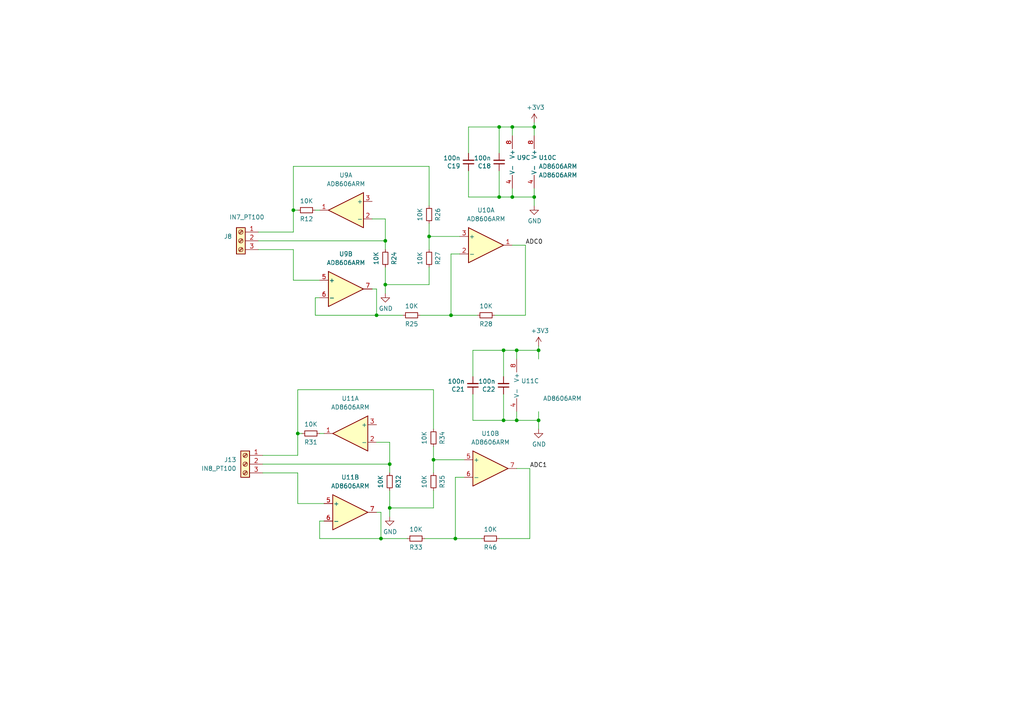
<source format=kicad_sch>
(kicad_sch (version 20250114) (generator "eeschema") (generator_version "9.0")
  (paper "A4")
  (lib_symbols
    (symbol "Amplifier_Operational:AD8606ARM" (pin_names (offset 0.127))
      (property "Reference" "U" (at 0 5.08 0))
      (property "Value" "AD8606ARM" (at 0 -5.08 0))
      (symbol "AD8606ARM_1_1"
        (polyline (pts (xy -5.08 5.08) (xy 5.08 0) (xy -5.08 -5.08) (xy -5.08 5.08)) (stroke (width 0.254)) (fill (type background)))
        (pin input line (at -7.62 2.54 0) (length 2.54) (name "+") (number "3"))
        (pin input line (at -7.62 -2.54 0) (length 2.54) (name "-") (number "2"))
        (pin output line (at 7.62 0 180) (length 2.54) (name "~") (number "1"))
      )
      (symbol "AD8606ARM_2_1"
        (polyline (pts (xy -5.08 5.08) (xy 5.08 0) (xy -5.08 -5.08) (xy -5.08 5.08)) (stroke (width 0.254)) (fill (type background)))
        (pin input line (at -7.62 2.54 0) (length 2.54) (name "+") (number "5"))
        (pin input line (at -7.62 -2.54 0) (length 2.54) (name "-") (number "6"))
        (pin output line (at 7.62 0 180) (length 2.54) (name "~") (number "7"))
      )
      (symbol "AD8606ARM_3_1"
        (pin power_in line (at -2.54 7.62 270) (length 3.81) (name "V+") (number "8"))
        (pin power_in line (at -2.54 -7.62 90) (length 3.81) (name "V-") (number "4"))
      )
    )
    (symbol "Connector:Screw_Terminal_01x03" (pin_names (offset 1.016) (hide yes))
      (property "Reference" "J" (at 0 5.08 0))
      (property "Value" "Screw_Terminal_01x03" (at 0 -5.08 0))
      (symbol "Screw_Terminal_01x03_1_1"
        (rectangle (start -1.27 3.81) (end 1.27 -3.81) (stroke (width 0.254)) (fill (type background)))
        (polyline (pts (xy -0.5334 2.8702) (xy 0.3302 2.032)) (stroke (width 0.1524)))
        (polyline (pts (xy -0.5334 0.3302) (xy 0.3302 -0.508)) (stroke (width 0.1524)))
        (polyline (pts (xy -0.5334 -2.2098) (xy 0.3302 -3.048)) (stroke (width 0.1524)))
        (polyline (pts (xy -0.3556 3.048) (xy 0.508 2.2098)) (stroke (width 0.1524)))
        (polyline (pts (xy -0.3556 0.508) (xy 0.508 -0.3302)) (stroke (width 0.1524)))
        (polyline (pts (xy -0.3556 -2.032) (xy 0.508 -2.8702)) (stroke (width 0.1524)))
        (circle (center 0 2.54) (radius 0.635) (stroke (width 0.1524)))
        (circle (center 0 0) (radius 0.635) (stroke (width 0.1524)))
        (circle (center 0 -2.54) (radius 0.635) (stroke (width 0.1524)))
        (pin passive line (at -5.08 2.54 0) (length 3.81) (name "Pin_1") (number "1"))
        (pin passive line (at -5.08 0 0) (length 3.81) (name "Pin_2") (number "2"))
        (pin passive line (at -5.08 -2.54 0) (length 3.81) (name "Pin_3") (number "3"))
      )
    )
    (symbol "Device:C_Small" (pin_numbers (hide yes)) (pin_names (offset 0.254) (hide yes))
      (property "Reference" "C" (at 0.254 1.778 0))
      (property "Value" "C_Small" (at 0.254 -2.032 0))
      (symbol "C_Small_0_1"
        (polyline (pts (xy -1.524 0.508) (xy 1.524 0.508)) (stroke (width 0.3048)))
        (polyline (pts (xy -1.524 -0.508) (xy 1.524 -0.508)) (stroke (width 0.3302)))
      )
      (symbol "C_Small_1_1"
        (pin passive line (at 0 2.54 270) (length 2.032) (name "~") (number "1"))
        (pin passive line (at 0 -2.54 90) (length 2.032) (name "~") (number "2"))
      )
    )
    (symbol "Device:R_Small" (pin_numbers (hide yes)) (pin_names (offset 0.254) (hide yes))
      (property "Reference" "R" (at 0.762 0.508 0))
      (property "Value" "R_Small" (at 0.762 -1.016 0))
      (symbol "R_Small_0_1"
        (rectangle (start -0.762 1.778) (end 0.762 -1.778) (stroke (width 0.2032)))
      )
      (symbol "R_Small_1_1"
        (pin passive line (at 0 2.54 270) (length 0.762) (name "~") (number "1"))
        (pin passive line (at 0 -2.54 90) (length 0.762) (name "~") (number "2"))
      )
    )
    (symbol "Mega-BLDC-cache:+3.3V" (power) (pin_names (offset 0))
      (property "Value" "+3.3V" (at 0 3.556 0))
      (symbol "+3.3V_0_1"
        (polyline (pts (xy -0.762 1.27) (xy 0 2.54)))
        (polyline (pts (xy 0 2.54) (xy 0.762 1.27)))
        (polyline (pts (xy 0 0) (xy 0 2.54)))
      )
      (symbol "+3.3V_1_1"
        (pin power_in line (at 0 0 90) (length 0) (hide yes) (name "+3V3") (number "1"))
      )
    )
    (symbol "power:GND" (power) (pin_names (offset 0))
      (property "Value" "GND" (at 0 -3.81 0))
      (symbol "GND_0_1"
        (polyline (pts (xy 0 0) (xy 0 -1.27) (xy 1.27 -1.27) (xy 0 -2.54) (xy -1.27 -1.27) (xy 0 -1.27)))
      )
      (symbol "GND_1_1"
        (pin power_in line (at 0 0 270) (length 0) (hide yes) (name "GND") (number "1"))
      )
    )
  )
  (junction (at 86.36 125.73))
  (junction (at 154.94 57.15))
  (junction (at 113.03 147.32))
  (junction (at 144.78 36.83))
  (junction (at 111.76 69.85))
  (junction (at 113.03 134.62))
  (junction (at 85.09 60.96))
  (junction (at 156.21 121.92))
  (junction (at 124.46 68.58))
  (junction (at 148.59 57.15))
  (junction (at 125.73 133.35))
  (junction (at 148.59 36.83))
  (junction (at 156.21 101.6))
  (junction (at 149.86 121.92))
  (junction (at 109.22 91.44))
  (junction (at 110.49 156.21))
  (junction (at 146.05 101.6))
  (junction (at 130.81 91.44))
  (junction (at 146.05 121.92))
  (junction (at 132.08 156.21))
  (junction (at 154.94 36.83))
  (junction (at 111.76 82.55))
  (junction (at 144.78 57.15))
  (junction (at 149.86 101.6))
  (wire (pts (xy 132.08 156.21) (xy 139.7 156.21)))
  (wire (pts (xy 135.89 57.15) (xy 144.78 57.15)))
  (wire (pts (xy 156.21 121.92) (xy 149.86 121.92)))
  (wire (pts (xy 111.76 77.47) (xy 111.76 82.55)))
  (wire (pts (xy 125.73 129.54) (xy 125.73 133.35)))
  (wire (pts (xy 132.08 138.43) (xy 132.08 156.21)))
  (wire (pts (xy 111.76 82.55) (xy 124.46 82.55)))
  (wire (pts (xy 156.21 100.33) (xy 156.21 101.6)))
  (wire (pts (xy 124.46 48.26) (xy 85.09 48.26)))
  (wire (pts (xy 113.03 147.32) (xy 113.03 149.86)))
  (wire (pts (xy 92.71 86.36) (xy 91.44 86.36)))
  (wire (pts (xy 111.76 69.85) (xy 111.76 72.39)))
  (wire (pts (xy 85.09 60.96) (xy 86.36 60.96)))
  (wire (pts (xy 85.09 67.31) (xy 85.09 60.96)))
  (wire (pts (xy 76.2 137.16) (xy 86.36 137.16)))
  (wire (pts (xy 125.73 142.24) (xy 125.73 147.32)))
  (wire (pts (xy 85.09 72.39) (xy 85.09 81.28)))
  (wire (pts (xy 74.93 67.31) (xy 85.09 67.31)))
  (wire (pts (xy 86.36 146.05) (xy 93.98 146.05)))
  (wire (pts (xy 124.46 77.47) (xy 124.46 82.55)))
  (wire (pts (xy 74.93 69.85) (xy 111.76 69.85)))
  (wire (pts (xy 76.2 134.62) (xy 113.03 134.62)))
  (wire (pts (xy 113.03 147.32) (xy 125.73 147.32)))
  (wire (pts (xy 86.36 132.08) (xy 86.36 125.73)))
  (wire (pts (xy 156.21 104.14) (xy 156.21 101.6)))
  (wire (pts (xy 144.78 49.53) (xy 144.78 57.15)))
  (wire (pts (xy 85.09 48.26) (xy 85.09 60.96)))
  (wire (pts (xy 107.95 63.5) (xy 111.76 63.5)))
  (wire (pts (xy 93.98 151.13) (xy 92.71 151.13)))
  (wire (pts (xy 109.22 91.44) (xy 109.22 83.82)))
  (wire (pts (xy 113.03 128.27) (xy 113.03 134.62)))
  (wire (pts (xy 148.59 57.15) (xy 148.59 54.61)))
  (wire (pts (xy 137.16 101.6) (xy 137.16 109.22)))
  (wire (pts (xy 124.46 64.77) (xy 124.46 68.58)))
  (wire (pts (xy 154.94 57.15) (xy 154.94 59.69)))
  (wire (pts (xy 130.81 91.44) (xy 138.43 91.44)))
  (wire (pts (xy 137.16 121.92) (xy 146.05 121.92)))
  (wire (pts (xy 125.73 133.35) (xy 125.73 137.16)))
  (wire (pts (xy 130.81 73.66) (xy 130.81 91.44)))
  (wire (pts (xy 92.71 125.73) (xy 93.98 125.73)))
  (wire (pts (xy 109.22 128.27) (xy 113.03 128.27)))
  (wire (pts (xy 124.46 59.69) (xy 124.46 48.26)))
  (wire (pts (xy 91.44 60.96) (xy 92.71 60.96)))
  (wire (pts (xy 149.86 101.6) (xy 149.86 104.14)))
  (wire (pts (xy 91.44 91.44) (xy 109.22 91.44)))
  (wire (pts (xy 92.71 151.13) (xy 92.71 156.21)))
  (wire (pts (xy 113.03 134.62) (xy 113.03 137.16)))
  (wire (pts (xy 146.05 114.3) (xy 146.05 121.92)))
  (wire (pts (xy 153.67 135.89) (xy 153.67 156.21)))
  (wire (pts (xy 148.59 36.83) (xy 148.59 39.37)))
  (wire (pts (xy 156.21 121.92) (xy 156.21 124.46)))
  (wire (pts (xy 109.22 91.44) (xy 116.84 91.44)))
  (wire (pts (xy 86.36 113.03) (xy 86.36 125.73)))
  (wire (pts (xy 110.49 156.21) (xy 110.49 148.59)))
  (wire (pts (xy 110.49 148.59) (xy 109.22 148.59)))
  (wire (pts (xy 154.94 35.56) (xy 154.94 36.83)))
  (wire (pts (xy 135.89 49.53) (xy 135.89 57.15)))
  (wire (pts (xy 113.03 142.24) (xy 113.03 147.32)))
  (wire (pts (xy 130.81 73.66) (xy 133.35 73.66)))
  (wire (pts (xy 76.2 132.08) (xy 86.36 132.08)))
  (wire (pts (xy 152.4 71.12) (xy 152.4 91.44)))
  (wire (pts (xy 125.73 133.35) (xy 134.62 133.35)))
  (wire (pts (xy 152.4 71.12) (xy 148.59 71.12)))
  (wire (pts (xy 109.22 83.82) (xy 107.95 83.82)))
  (wire (pts (xy 132.08 138.43) (xy 134.62 138.43)))
  (wire (pts (xy 124.46 68.58) (xy 133.35 68.58)))
  (wire (pts (xy 92.71 156.21) (xy 110.49 156.21)))
  (wire (pts (xy 146.05 101.6) (xy 146.05 109.22)))
  (wire (pts (xy 149.86 101.6) (xy 146.05 101.6)))
  (wire (pts (xy 125.73 113.03) (xy 86.36 113.03)))
  (wire (pts (xy 111.76 82.55) (xy 111.76 85.09)))
  (wire (pts (xy 143.51 91.44) (xy 152.4 91.44)))
  (wire (pts (xy 153.67 135.89) (xy 149.86 135.89)))
  (wire (pts (xy 111.76 63.5) (xy 111.76 69.85)))
  (wire (pts (xy 74.93 72.39) (xy 85.09 72.39)))
  (wire (pts (xy 154.94 39.37) (xy 154.94 36.83)))
  (wire (pts (xy 148.59 36.83) (xy 144.78 36.83)))
  (wire (pts (xy 86.36 137.16) (xy 86.36 146.05)))
  (wire (pts (xy 86.36 125.73) (xy 87.63 125.73)))
  (wire (pts (xy 144.78 36.83) (xy 144.78 44.45)))
  (wire (pts (xy 137.16 114.3) (xy 137.16 121.92)))
  (wire (pts (xy 125.73 124.46) (xy 125.73 113.03)))
  (wire (pts (xy 123.19 156.21) (xy 132.08 156.21)))
  (wire (pts (xy 156.21 119.38) (xy 156.21 121.92)))
  (wire (pts (xy 124.46 68.58) (xy 124.46 72.39)))
  (wire (pts (xy 156.21 101.6) (xy 149.86 101.6)))
  (wire (pts (xy 149.86 121.92) (xy 149.86 119.38)))
  (wire (pts (xy 154.94 54.61) (xy 154.94 57.15)))
  (wire (pts (xy 144.78 57.15) (xy 148.59 57.15)))
  (wire (pts (xy 146.05 121.92) (xy 149.86 121.92)))
  (wire (pts (xy 154.94 36.83) (xy 148.59 36.83)))
  (wire (pts (xy 121.92 91.44) (xy 130.81 91.44)))
  (wire (pts (xy 154.94 57.15) (xy 148.59 57.15)))
  (wire (pts (xy 144.78 36.83) (xy 135.89 36.83)))
  (wire (pts (xy 135.89 36.83) (xy 135.89 44.45)))
  (wire (pts (xy 91.44 86.36) (xy 91.44 91.44)))
  (wire (pts (xy 144.78 156.21) (xy 153.67 156.21)))
  (wire (pts (xy 110.49 156.21) (xy 118.11 156.21)))
  (wire (pts (xy 146.05 101.6) (xy 137.16 101.6)))
  (wire (pts (xy 85.09 81.28) (xy 92.71 81.28)))
  (label "ADC1" (at 153.67 135.89 0))
  (label "ADC0" (at 152.4 71.12 0))
  (symbol (lib_id "Device:R_Small") (at 124.46 74.93 0) (unit 1)
    (property "Reference" "R27" (at 127 74.93 90))
    (property "Value" "10K" (at 121.793 74.93 90))
    (property "Footprint" "Resistor_SMD:R_0603_1608Metric" (effects (hide yes)))
  )
  (symbol (lib_id "power:GND") (at 154.94 59.69 0) (unit 1)
    (property "Reference" "#PWR0125" (effects (hide yes)))
    (property "Value" "GND" (at 155.067 64.0842 0))
  )
  (symbol (lib_id "Connector:Screw_Terminal_01x03") (at 69.85 69.85 0) (mirror y) (unit 1)
    (property "Reference" "J8" (at 67.31 68.5799 0) (effects (justify left)))
    (property "Value" "IN7_PT100" (at 76.708 62.992 0) (effects (justify left)))
    (property "Footprint" "Connector_Phoenix_SPT:PhoenixContact_SPT_2.5_3-H-5.0_1x03_P5.0mm_Horizontal" (effects (hide yes)))
    (property "Description" "Generic screw terminal, single row, 01x03, script generated (kicad-library-utils/schlib/autogen/connector/)" (effects (hide yes)))
  )
  (symbol (lib_id "Amplifier_Operational:AD8606ARM") (at 101.6 148.59 0) (unit 2)
    (property "Reference" "U11" (at 101.6 138.43 0))
    (property "Value" "AD8606ARM" (at 101.6 140.97 0))
    (property "Footprint" "Package_SO:MSOP-8_3x3mm_P0.65mm" (effects (hide yes)))
    (property "Datasheet" "https://www.analog.com/media/en/technical-documentation/data-sheets/AD8605_8606_8608.pdf" (effects (hide yes)))
    (property "Description" "Dual Precision Low Noise, Low Input Bias Current, Wide Bandwidth Operational Amplifiers, MSOP-8" (effects (hide yes)))
  )
  (symbol (lib_id "Device:R_Small") (at 142.24 156.21 270) (unit 1)
    (property "Reference" "R46" (at 142.24 158.75 90))
    (property "Value" "10K" (at 142.24 153.543 90))
    (property "Footprint" "Resistor_SMD:R_0603_1608Metric" (effects (hide yes)))
  )
  (symbol (lib_id "Device:R_Small") (at 111.76 74.93 0) (unit 1)
    (property "Reference" "R24" (at 114.3 74.93 90))
    (property "Value" "10K" (at 109.093 74.93 90))
    (property "Footprint" "Resistor_SMD:R_0603_1608Metric" (effects (hide yes)))
  )
  (symbol (lib_id "Amplifier_Operational:AD8606ARM") (at 140.97 71.12 0) (unit 1)
    (property "Reference" "U10" (at 140.97 60.96 0))
    (property "Value" "AD8606ARM" (at 140.97 63.5 0))
    (property "Footprint" "Package_SO:MSOP-8_3x3mm_P0.65mm" (effects (hide yes)))
    (property "Datasheet" "https://www.analog.com/media/en/technical-documentation/data-sheets/AD8605_8606_8608.pdf" (effects (hide yes)))
    (property "Description" "Dual Precision Low Noise, Low Input Bias Current, Wide Bandwidth Operational Amplifiers, MSOP-8" (effects (hide yes)))
  )
  (symbol (lib_id "Device:R_Small") (at 90.17 125.73 270) (unit 1)
    (property "Reference" "R31" (at 90.17 128.27 90))
    (property "Value" "10K" (at 90.17 123.063 90))
    (property "Footprint" "Resistor_SMD:R_0603_1608Metric" (effects (hide yes)))
  )
  (symbol (lib_id "Device:C_Small") (at 146.05 111.76 180) (unit 1)
    (property "Reference" "C22" (at 143.7132 112.9284 0) (effects (justify left)))
    (property "Value" "100n" (at 143.7132 110.617 0) (effects (justify left)))
    (property "Footprint" "Capacitor_SMD:C_0603_1608Metric" (effects (hide yes)))
  )
  (symbol (lib_id "Device:R_Small") (at 88.9 60.96 270) (unit 1)
    (property "Reference" "R12" (at 88.9 63.5 90))
    (property "Value" "10K" (at 88.9 58.293 90))
    (property "Footprint" "Resistor_SMD:R_0603_1608Metric" (effects (hide yes)))
  )
  (symbol (lib_id "Amplifier_Operational:AD8606ARM") (at 151.13 46.99 0) (unit 3)
    (property "Reference" "U9" (at 149.86 45.7199 0) (effects (justify left)))
    (property "Value" "AD8606ARM" (at 156.21 50.8 0) (effects (justify left)))
    (property "Footprint" "Package_SO:MSOP-8_3x3mm_P0.65mm" (effects (hide yes)))
    (property "Datasheet" "https://www.analog.com/media/en/technical-documentation/data-sheets/AD8605_8606_8608.pdf" (effects (hide yes)))
    (property "Description" "Dual Precision Low Noise, Low Input Bias Current, Wide Bandwidth Operational Amplifiers, MSOP-8" (effects (hide yes)))
  )
  (symbol (lib_id "power:GND") (at 156.21 124.46 0) (unit 1)
    (property "Reference" "#PWR0129" (effects (hide yes)))
    (property "Value" "GND" (at 156.337 128.8542 0))
  )
  (symbol (lib_id "Device:C_Small") (at 144.78 46.99 180) (unit 1)
    (property "Reference" "C18" (at 142.4432 48.1584 0) (effects (justify left)))
    (property "Value" "100n" (at 142.4432 45.847 0) (effects (justify left)))
    (property "Footprint" "Capacitor_SMD:C_0603_1608Metric" (effects (hide yes)))
  )
  (symbol (lib_id "Device:R_Small") (at 119.38 91.44 270) (unit 1)
    (property "Reference" "R25" (at 119.38 93.98 90))
    (property "Value" "10K" (at 119.38 88.773 90))
    (property "Footprint" "Resistor_SMD:R_0603_1608Metric" (effects (hide yes)))
  )
  (symbol (lib_id "Amplifier_Operational:AD8606ARM") (at 157.48 46.99 0) (unit 3)
    (property "Reference" "U10" (at 156.21 45.7199 0) (effects (justify left)))
    (property "Value" "AD8606ARM" (at 156.21 48.2599 0) (effects (justify left)))
    (property "Footprint" "Package_SO:MSOP-8_3x3mm_P0.65mm" (effects (hide yes)))
    (property "Datasheet" "https://www.analog.com/media/en/technical-documentation/data-sheets/AD8605_8606_8608.pdf" (effects (hide yes)))
    (property "Description" "Dual Precision Low Noise, Low Input Bias Current, Wide Bandwidth Operational Amplifiers, MSOP-8" (effects (hide yes)))
  )
  (symbol (lib_id "Device:R_Small") (at 124.46 62.23 0) (unit 1)
    (property "Reference" "R26" (at 127 62.23 90))
    (property "Value" "10K" (at 121.793 62.23 90))
    (property "Footprint" "Resistor_SMD:R_0603_1608Metric" (effects (hide yes)))
  )
  (symbol (lib_id "Mega-BLDC-cache:+3.3V") (at 154.94 35.56 0) (unit 1)
    (property "Reference" "#PWR011" (effects (hide yes)))
    (property "Value" "+3V3" (at 155.321 31.1658 0))
  )
  (symbol (lib_id "Device:R_Small") (at 120.65 156.21 270) (unit 1)
    (property "Reference" "R33" (at 120.65 158.75 90))
    (property "Value" "10K" (at 120.65 153.543 90))
    (property "Footprint" "Resistor_SMD:R_0603_1608Metric" (effects (hide yes)))
  )
  (symbol (lib_id "Amplifier_Operational:AD8606ARM") (at 142.24 135.89 0) (unit 2)
    (property "Reference" "U10" (at 142.24 125.73 0))
    (property "Value" "AD8606ARM" (at 142.24 128.27 0))
    (property "Footprint" "Package_SO:MSOP-8_3x3mm_P0.65mm" (effects (hide yes)))
    (property "Datasheet" "https://www.analog.com/media/en/technical-documentation/data-sheets/AD8605_8606_8608.pdf" (effects (hide yes)))
    (property "Description" "Dual Precision Low Noise, Low Input Bias Current, Wide Bandwidth Operational Amplifiers, MSOP-8" (effects (hide yes)))
  )
  (symbol (lib_id "Device:R_Small") (at 113.03 139.7 0) (unit 1)
    (property "Reference" "R32" (at 115.57 139.7 90))
    (property "Value" "10K" (at 110.363 139.7 90))
    (property "Footprint" "Resistor_SMD:R_0603_1608Metric" (effects (hide yes)))
  )
  (symbol (lib_id "Connector:Screw_Terminal_01x03") (at 71.12 134.62 0) (mirror y) (unit 1)
    (property "Reference" "J13" (at 68.58 133.3499 0) (effects (justify left)))
    (property "Value" "IN8_PT100" (at 68.58 135.8899 0) (effects (justify left)))
    (property "Footprint" "Connector_Phoenix_SPT:PhoenixContact_SPT_2.5_3-H-5.0_1x03_P5.0mm_Horizontal" (effects (hide yes)))
    (property "Description" "Generic screw terminal, single row, 01x03, script generated (kicad-library-utils/schlib/autogen/connector/)" (effects (hide yes)))
  )
  (symbol (lib_id "Device:R_Small") (at 140.97 91.44 270) (unit 1)
    (property "Reference" "R28" (at 140.97 93.98 90))
    (property "Value" "10K" (at 140.97 88.773 90))
    (property "Footprint" "Resistor_SMD:R_0603_1608Metric" (effects (hide yes)))
  )
  (symbol (lib_id "Device:R_Small") (at 125.73 139.7 0) (unit 1)
    (property "Reference" "R35" (at 128.27 139.7 90))
    (property "Value" "10K" (at 123.063 139.7 90))
    (property "Footprint" "Resistor_SMD:R_0603_1608Metric" (effects (hide yes)))
  )
  (symbol (lib_id "Amplifier_Operational:AD8606ARM") (at 152.4 111.76 0) (unit 3)
    (property "Reference" "U11" (at 151.13 110.4899 0) (effects (justify left)))
    (property "Value" "AD8606ARM" (at 157.48 115.57 0) (effects (justify left)))
    (property "Footprint" "Package_SO:MSOP-8_3x3mm_P0.65mm" (effects (hide yes)))
    (property "Datasheet" "https://www.analog.com/media/en/technical-documentation/data-sheets/AD8605_8606_8608.pdf" (effects (hide yes)))
    (property "Description" "Dual Precision Low Noise, Low Input Bias Current, Wide Bandwidth Operational Amplifiers, MSOP-8" (effects (hide yes)))
  )
  (symbol (lib_id "Amplifier_Operational:AD8606ARM") (at 101.6 125.73 0) (mirror y) (unit 1)
    (property "Reference" "U11" (at 101.6 115.57 0))
    (property "Value" "AD8606ARM" (at 101.6 118.11 0))
    (property "Footprint" "Package_SO:MSOP-8_3x3mm_P0.65mm" (effects (hide yes)))
    (property "Datasheet" "https://www.analog.com/media/en/technical-documentation/data-sheets/AD8605_8606_8608.pdf" (effects (hide yes)))
    (property "Description" "Dual Precision Low Noise, Low Input Bias Current, Wide Bandwidth Operational Amplifiers, MSOP-8" (effects (hide yes)))
  )
  (symbol (lib_id "Amplifier_Operational:AD8606ARM") (at 100.33 83.82 0) (unit 2)
    (property "Reference" "U9" (at 100.33 73.66 0))
    (property "Value" "AD8606ARM" (at 100.33 76.2 0))
    (property "Footprint" "Package_SO:MSOP-8_3x3mm_P0.65mm" (effects (hide yes)))
    (property "Datasheet" "https://www.analog.com/media/en/technical-documentation/data-sheets/AD8605_8606_8608.pdf" (effects (hide yes)))
    (property "Description" "Dual Precision Low Noise, Low Input Bias Current, Wide Bandwidth Operational Amplifiers, MSOP-8" (effects (hide yes)))
  )
  (symbol (lib_id "power:GND") (at 113.03 149.86 0) (unit 1)
    (property "Reference" "#PWR0128" (effects (hide yes)))
    (property "Value" "GND" (at 113.157 154.2542 0))
  )
  (symbol (lib_id "power:GND") (at 111.76 85.09 0) (unit 1)
    (property "Reference" "#PWR0124" (effects (hide yes)))
    (property "Value" "GND" (at 111.887 89.4842 0))
  )
  (symbol (lib_id "Amplifier_Operational:AD8606ARM") (at 100.33 60.96 0) (mirror y) (unit 1)
    (property "Reference" "U9" (at 100.33 50.8 0))
    (property "Value" "AD8606ARM" (at 100.33 53.34 0))
    (property "Footprint" "Package_SO:MSOP-8_3x3mm_P0.65mm" (effects (hide yes)))
    (property "Datasheet" "https://www.analog.com/media/en/technical-documentation/data-sheets/AD8605_8606_8608.pdf" (effects (hide yes)))
    (property "Description" "Dual Precision Low Noise, Low Input Bias Current, Wide Bandwidth Operational Amplifiers, MSOP-8" (effects (hide yes)))
  )
  (symbol (lib_id "Device:C_Small") (at 137.16 111.76 180) (unit 1)
    (property "Reference" "C21" (at 134.8232 112.9284 0) (effects (justify left)))
    (property "Value" "100n" (at 134.8232 110.617 0) (effects (justify left)))
    (property "Footprint" "Capacitor_SMD:C_0603_1608Metric" (effects (hide yes)))
  )
  (symbol (lib_id "Mega-BLDC-cache:+3.3V") (at 156.21 100.33 0) (unit 1)
    (property "Reference" "#PWR032" (effects (hide yes)))
    (property "Value" "+3V3" (at 156.591 95.9358 0))
  )
  (symbol (lib_id "Device:R_Small") (at 125.73 127 0) (unit 1)
    (property "Reference" "R34" (at 128.27 127 90))
    (property "Value" "10K" (at 123.063 127 90))
    (property "Footprint" "Resistor_SMD:R_0603_1608Metric" (effects (hide yes)))
  )
  (symbol (lib_id "Device:C_Small") (at 135.89 46.99 180) (unit 1)
    (property "Reference" "C19" (at 133.5532 48.1584 0) (effects (justify left)))
    (property "Value" "100n" (at 133.5532 45.847 0) (effects (justify left)))
    (property "Footprint" "Capacitor_SMD:C_0603_1608Metric" (effects (hide yes)))
  )
)
</source>
